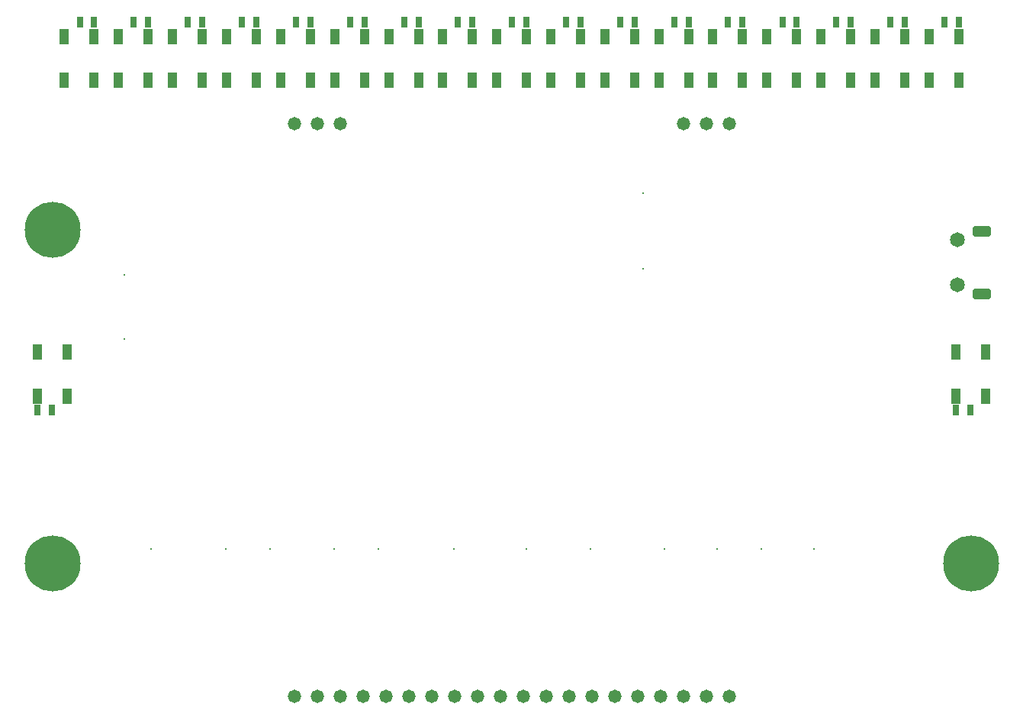
<source format=gts>
%FSTAX23Y23*%
%MOIN*%
%SFA1B1*%

%IPPOS*%
%AMD87*
4,1,8,0.041400,-0.009800,0.041400,0.009800,0.027600,0.023700,-0.027600,0.023700,-0.041400,0.009800,-0.041400,-0.009800,-0.027600,-0.023700,0.027600,-0.023700,0.041400,-0.009800,0.0*
1,1,0.027685,0.027600,-0.009800*
1,1,0.027685,0.027600,0.009800*
1,1,0.027685,-0.027600,0.009800*
1,1,0.027685,-0.027600,-0.009800*
%
%ADD81R,0.043433X0.067055*%
%ADD82R,0.029653X0.045401*%
%ADD83C,0.058000*%
%ADD84C,0.244220*%
%ADD85C,0.008000*%
%ADD86C,0.065086*%
G04~CAMADD=87~8~0.0~0.0~473.7~828.0~138.4~0.0~15~0.0~0.0~0.0~0.0~0~0.0~0.0~0.0~0.0~0~0.0~0.0~0.0~270.0~828.0~474.0*
%ADD87D87*%
%LNpcb_singleledrow-1*%
%LPD*%
G54D81*
X01824Y01438D03*
X01954D03*
Y01631D03*
X01824D03*
X01588Y01438D03*
X01718D03*
Y01631D03*
X01588D03*
X01352D03*
X01482D03*
Y01438D03*
X01352D03*
X01116Y01631D03*
X01246D03*
Y01438D03*
X01116D03*
X00879Y01631D03*
X01009D03*
Y01438D03*
X00879D03*
X00643Y01631D03*
X00773D03*
Y01438D03*
X00643D03*
X00407Y01631D03*
X00537D03*
Y01438D03*
X00407D03*
X00171Y01631D03*
X00301D03*
Y01438D03*
X00171D03*
X-00064Y01631D03*
X00064D03*
Y01438D03*
X-00064D03*
X-00301Y01631D03*
X-00171D03*
Y01438D03*
X-00301D03*
X-00537Y01631D03*
X-00407D03*
Y01438D03*
X-00537D03*
X-00773Y01631D03*
X-00643D03*
Y01438D03*
X-00773D03*
X-01009Y01631D03*
X-00879D03*
Y01438D03*
X-01009D03*
X-01246Y01631D03*
X-01116D03*
Y01438D03*
X-01246D03*
X-01482Y01631D03*
X-01352D03*
Y01438D03*
X-01482D03*
X-01718Y01631D03*
X-01588D03*
Y01438D03*
X-01718D03*
X-01954Y01631D03*
X-01824D03*
Y01438D03*
X-01954D03*
X-01942Y00253D03*
X-02072D03*
Y00061D03*
X-01942D03*
X02072Y00253D03*
X01942D03*
Y00061D03*
X02072D03*
G54D82*
X01954Y01694D03*
X01891D03*
X01718D03*
X01655D03*
X01419D03*
X01482D03*
X01183D03*
X01246D03*
X00946D03*
X01009D03*
X0071D03*
X00773D03*
X00474D03*
X00537D03*
X00238D03*
X00301D03*
X00001D03*
X00064D03*
X-00234D03*
X-00171D03*
X-0047D03*
X-00407D03*
X-00706D03*
X-00643D03*
X-00942D03*
X-00879D03*
X-01179D03*
X-01116D03*
X-01415D03*
X-01352D03*
X-01651D03*
X-01588D03*
X-01887D03*
X-01824D03*
X01942Y-00001D03*
X02005D03*
X-02072D03*
X-02009D03*
G54D83*
X0095Y0125D03*
X0085D03*
X0075D03*
X-0075D03*
X-0085D03*
X-0095D03*
Y-0125D03*
X-0085D03*
X-0075D03*
X-0065D03*
X-0055D03*
X-0045D03*
X-0035D03*
X-0025D03*
X-0015D03*
X-0005D03*
X0005D03*
X0015D03*
X0025D03*
X0035D03*
X0045D03*
X0055D03*
X0065D03*
X0075D03*
X0085D03*
X0095D03*
G54D84*
X-02007Y00787D03*
Y-00669D03*
X02007D03*
G54D85*
X0109Y-00606D03*
X0132D03*
X00667D03*
X00897D03*
X-01248D03*
X-01576D03*
X-01055D03*
X-00775D03*
X-00253D03*
X-00582D03*
X00576Y00945D03*
Y00616D03*
X00066Y-00606D03*
X00346D03*
X-01692Y0059D03*
Y00311D03*
G54D86*
X01949Y00742D03*
Y00545D03*
G54D87*
X02056Y00505D03*
Y00781D03*
M02*
</source>
